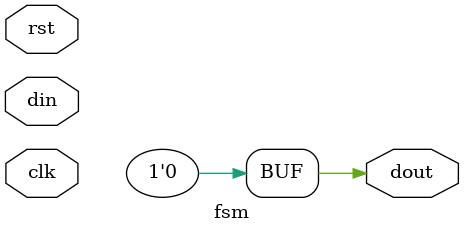
<source format=v>
`timescale 1ns / 1ps

module fsm(
input clk,rst,din,
output reg dout
    );

parameter idle = 0;
parameter s0 = 1;
parameter s1 = 2;
parameter s2=3;
parameter s3=4;    
parameter s4=5;  
    
reg [1:0] state=idle, nstate=idle;

always @(posedge clk) begin
    if (rst)
        state <= idle;
    else
        state <= nstate;
end

always@(posedge clk)
begin
case(state)

idle:begin
dout<=1'b0;
state<=s0;
end

s0:begin
dout<=0;
if(din)
state<=s1;
else
state<=s0;
end

s1:begin
dout<=0;
if(din)
state<=s1;
else
state<=s2;
end

s2:begin
dout<=0;
if(din)
state<=s1;
else
state<=s3;
end

s3:begin
dout<=0;
if(din)
state<=s4;
else
state<=s0;
end

s4:begin
dout<=1;
if(din)
state<=s1;
else
state<=s0;
end

default:
nstate<=idle;
endcase
end     

always @(*) begin
    case (state)
        s4: dout = 1'b1;
        default: dout = 1'b0;
    endcase
end
 
endmodule

</source>
